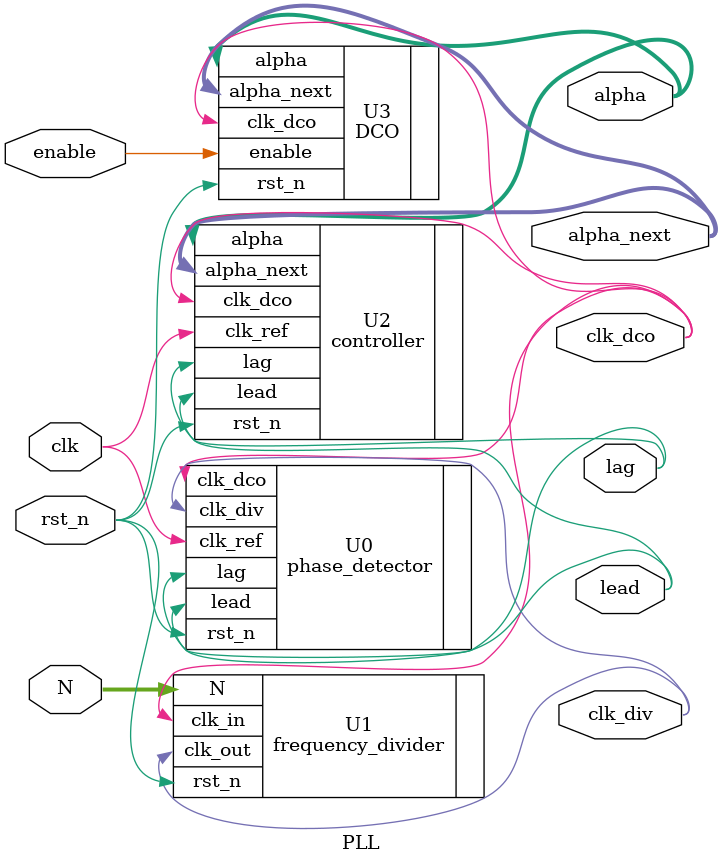
<source format=v>
`include "phase_detector.v"
`include "DCO.v"
`include "controller.v"
`include "frequency_divider.v"
module PLL (clk,N,clk_dco,rst_n,enable,clk_div,lead,lag,alpha_next,alpha);
    input rst_n;
    input clk;
    input [6:0] N;
    input enable;
    output lead;
    output [3:0] alpha;
    output clk_dco;
    output clk_div;
    output lag;
    output [3:0]alpha_next;


    phase_detector  U0(  .clk_ref(clk)  ,
                         .clk_div(clk_div)  ,
                         .lead(lead),
                         .rst_n(rst_n)  ,
                         .clk_dco(clk_dco) ,
                         .lag(lag));
                         
    frequency_divider  U1(  .clk_out(clk_div)  ,  
                            .clk_in(clk_dco)  ,  
                            .rst_n(rst_n) ,
                            .N(N));

    controller      U2(  .lead(lead),  
                         .lag(lag),  
                         .alpha(alpha),  
                         .alpha_next(alpha_next),  
                         .rst_n(rst_n), 
                         .clk_ref(clk),
                         .clk_dco(clk_dco));

    DCO             U3(  .enable(enable)  ,
                         .clk_dco(clk_dco) ,
                         .rst_n(rst_n),
                         .alpha_next(alpha_next),
                         .alpha(alpha));
endmodule

</source>
